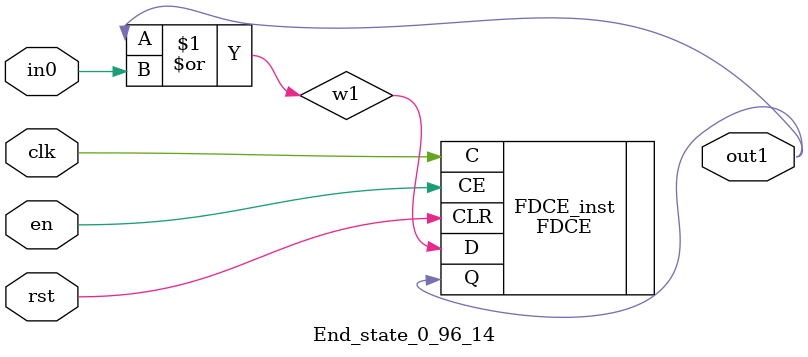
<source format=v>
module engine_0_96(out,clk,sod,en, in_1, in_3, in_4, in_7, in_12, in_17, in_19, in_30, in_35, in_42);
//pcre: /\x2edefinition\s*\x28/si
//block char: \x20[8], N[0], O[0], I[0], \x2E[8], e[0], d[0], t[0], f[0], \x28[8], 

	input clk,sod,en;

	input in_1, in_3, in_4, in_7, in_12, in_17, in_19, in_30, in_35, in_42;
	output out;

	assign w0 = 1'b1;
	state_0_96_1 BlockState_0_96_1 (w1,in_12,clk,en,sod,w0);
	state_0_96_2 BlockState_0_96_2 (w2,in_19,clk,en,sod,w1);
	state_0_96_3 BlockState_0_96_3 (w3,in_17,clk,en,sod,w2);
	state_0_96_4 BlockState_0_96_4 (w4,in_35,clk,en,sod,w3);
	state_0_96_5 BlockState_0_96_5 (w5,in_7,clk,en,sod,w4);
	state_0_96_6 BlockState_0_96_6 (w6,in_3,clk,en,sod,w5);
	state_0_96_7 BlockState_0_96_7 (w7,in_7,clk,en,sod,w6);
	state_0_96_8 BlockState_0_96_8 (w8,in_30,clk,en,sod,w7);
	state_0_96_9 BlockState_0_96_9 (w9,in_7,clk,en,sod,w8);
	state_0_96_10 BlockState_0_96_10 (w10,in_4,clk,en,sod,w9);
	state_0_96_11 BlockState_0_96_11 (w11,in_3,clk,en,sod,w10);
	state_0_96_12 BlockState_0_96_12 (w12,in_1,clk,en,sod,w12,w11);
	state_0_96_13 BlockState_0_96_13 (w13,in_42,clk,en,sod,w11,w12);
	End_state_0_96_14 BlockState_0_96_14 (out,clk,en,sod,w13);
endmodule

module state_0_96_1(out1,in_char,clk,en,rst,in0);
	input in_char,clk,en,rst,in0;
	output out1;
	wire w1,w2;
	assign w1 = in0; 
	and(w2,in_char,w1);
	FDCE #(.INIT(1'b0)) FDCE_inst (
		.Q(out1),
		.C(clk),
		.CE(en),
		.CLR(rst),
		.D(w2)
);
endmodule

module state_0_96_2(out1,in_char,clk,en,rst,in0);
	input in_char,clk,en,rst,in0;
	output out1;
	wire w1,w2;
	assign w1 = in0; 
	and(w2,in_char,w1);
	FDCE #(.INIT(1'b0)) FDCE_inst (
		.Q(out1),
		.C(clk),
		.CE(en),
		.CLR(rst),
		.D(w2)
);
endmodule

module state_0_96_3(out1,in_char,clk,en,rst,in0);
	input in_char,clk,en,rst,in0;
	output out1;
	wire w1,w2;
	assign w1 = in0; 
	and(w2,in_char,w1);
	FDCE #(.INIT(1'b0)) FDCE_inst (
		.Q(out1),
		.C(clk),
		.CE(en),
		.CLR(rst),
		.D(w2)
);
endmodule

module state_0_96_4(out1,in_char,clk,en,rst,in0);
	input in_char,clk,en,rst,in0;
	output out1;
	wire w1,w2;
	assign w1 = in0; 
	and(w2,in_char,w1);
	FDCE #(.INIT(1'b0)) FDCE_inst (
		.Q(out1),
		.C(clk),
		.CE(en),
		.CLR(rst),
		.D(w2)
);
endmodule

module state_0_96_5(out1,in_char,clk,en,rst,in0);
	input in_char,clk,en,rst,in0;
	output out1;
	wire w1,w2;
	assign w1 = in0; 
	and(w2,in_char,w1);
	FDCE #(.INIT(1'b0)) FDCE_inst (
		.Q(out1),
		.C(clk),
		.CE(en),
		.CLR(rst),
		.D(w2)
);
endmodule

module state_0_96_6(out1,in_char,clk,en,rst,in0);
	input in_char,clk,en,rst,in0;
	output out1;
	wire w1,w2;
	assign w1 = in0; 
	and(w2,in_char,w1);
	FDCE #(.INIT(1'b0)) FDCE_inst (
		.Q(out1),
		.C(clk),
		.CE(en),
		.CLR(rst),
		.D(w2)
);
endmodule

module state_0_96_7(out1,in_char,clk,en,rst,in0);
	input in_char,clk,en,rst,in0;
	output out1;
	wire w1,w2;
	assign w1 = in0; 
	and(w2,in_char,w1);
	FDCE #(.INIT(1'b0)) FDCE_inst (
		.Q(out1),
		.C(clk),
		.CE(en),
		.CLR(rst),
		.D(w2)
);
endmodule

module state_0_96_8(out1,in_char,clk,en,rst,in0);
	input in_char,clk,en,rst,in0;
	output out1;
	wire w1,w2;
	assign w1 = in0; 
	and(w2,in_char,w1);
	FDCE #(.INIT(1'b0)) FDCE_inst (
		.Q(out1),
		.C(clk),
		.CE(en),
		.CLR(rst),
		.D(w2)
);
endmodule

module state_0_96_9(out1,in_char,clk,en,rst,in0);
	input in_char,clk,en,rst,in0;
	output out1;
	wire w1,w2;
	assign w1 = in0; 
	and(w2,in_char,w1);
	FDCE #(.INIT(1'b0)) FDCE_inst (
		.Q(out1),
		.C(clk),
		.CE(en),
		.CLR(rst),
		.D(w2)
);
endmodule

module state_0_96_10(out1,in_char,clk,en,rst,in0);
	input in_char,clk,en,rst,in0;
	output out1;
	wire w1,w2;
	assign w1 = in0; 
	and(w2,in_char,w1);
	FDCE #(.INIT(1'b0)) FDCE_inst (
		.Q(out1),
		.C(clk),
		.CE(en),
		.CLR(rst),
		.D(w2)
);
endmodule

module state_0_96_11(out1,in_char,clk,en,rst,in0);
	input in_char,clk,en,rst,in0;
	output out1;
	wire w1,w2;
	assign w1 = in0; 
	and(w2,in_char,w1);
	FDCE #(.INIT(1'b0)) FDCE_inst (
		.Q(out1),
		.C(clk),
		.CE(en),
		.CLR(rst),
		.D(w2)
);
endmodule

module state_0_96_12(out1,in_char,clk,en,rst,in0,in1);
	input in_char,clk,en,rst,in0,in1;
	output out1;
	wire w1,w2;
	or(w1,in0,in1);
	and(w2,in_char,w1);
	FDCE #(.INIT(1'b0)) FDCE_inst (
		.Q(out1),
		.C(clk),
		.CE(en),
		.CLR(rst),
		.D(w2)
);
endmodule

module state_0_96_13(out1,in_char,clk,en,rst,in0,in1);
	input in_char,clk,en,rst,in0,in1;
	output out1;
	wire w1,w2;
	or(w1,in0,in1);
	and(w2,in_char,w1);
	FDCE #(.INIT(1'b0)) FDCE_inst (
		.Q(out1),
		.C(clk),
		.CE(en),
		.CLR(rst),
		.D(w2)
);
endmodule

module End_state_0_96_14(out1,clk,en,rst,in0);
	input clk,rst,en,in0;
	output out1;
	wire w1;
	or(w1,out1,in0);
	FDCE #(.INIT(1'b0)) FDCE_inst (
		.Q(out1),
		.C(clk),
		.CE(en),
		.CLR(rst),
		.D(w1)
);
endmodule


</source>
